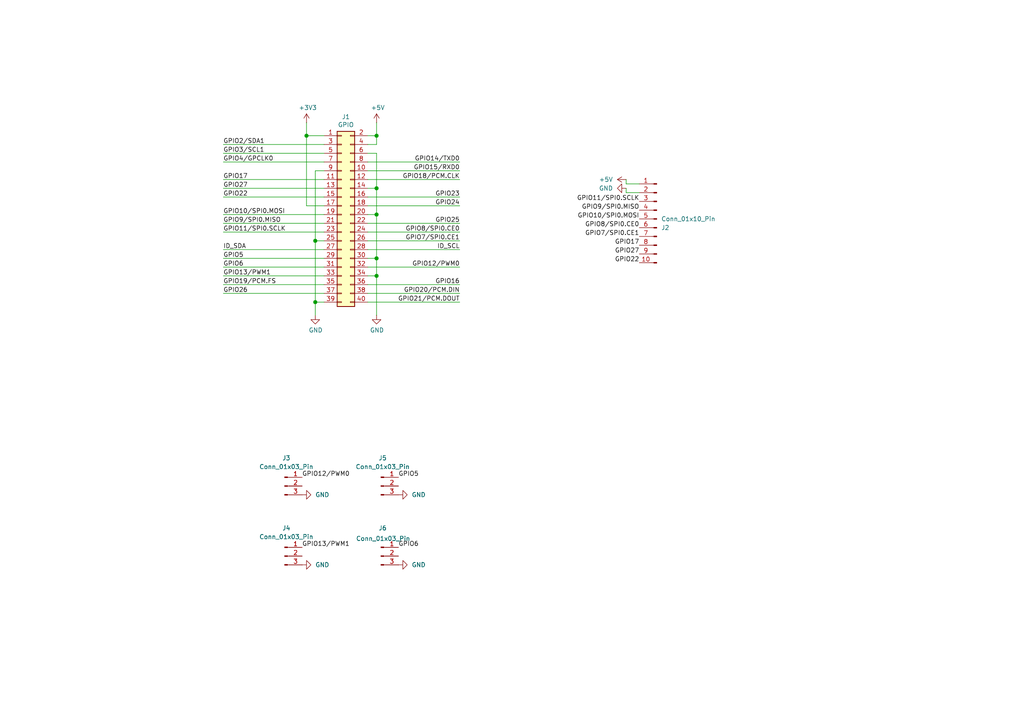
<source format=kicad_sch>
(kicad_sch (version 20250114) (generator "eeschema") (generator_version "9.0")
  (paper "A4")
  (title_block (date "15 nov 2012"))
  (lib_symbols
    (symbol "Connector:Conn_01x03_Pin" (pin_names (offset 1.016) (hide yes))
      (property "Reference" "J" (at 0 5.08 0))
      (property "Value" "Conn_01x03_Pin" (at 0 -5.08 0))
      (symbol "Conn_01x03_Pin_1_1"
        (rectangle (start 0.8636 2.667) (end 0 2.413) (stroke (width 0.1524)) (fill (type outline)))
        (rectangle (start 0.8636 0.127) (end 0 -0.127) (stroke (width 0.1524)) (fill (type outline)))
        (rectangle (start 0.8636 -2.413) (end 0 -2.667) (stroke (width 0.1524)) (fill (type outline)))
        (polyline (pts (xy 1.27 2.54) (xy 0.8636 2.54)) (stroke (width 0.1524)))
        (polyline (pts (xy 1.27 0) (xy 0.8636 0)) (stroke (width 0.1524)))
        (polyline (pts (xy 1.27 -2.54) (xy 0.8636 -2.54)) (stroke (width 0.1524)))
        (pin passive line (at 5.08 2.54 180) (length 3.81) (name "Pin_1") (number "1"))
        (pin passive line (at 5.08 0 180) (length 3.81) (name "Pin_2") (number "2"))
        (pin passive line (at 5.08 -2.54 180) (length 3.81) (name "Pin_3") (number "3"))
      )
    )
    (symbol "Connector:Conn_01x10_Pin" (pin_names (offset 1.016) (hide yes))
      (property "Reference" "J" (at 0 12.7 0))
      (property "Value" "Conn_01x10_Pin" (at 0 -15.24 0))
      (symbol "Conn_01x10_Pin_1_1"
        (rectangle (start 0.8636 10.287) (end 0 10.033) (stroke (width 0.1524)) (fill (type outline)))
        (rectangle (start 0.8636 7.747) (end 0 7.493) (stroke (width 0.1524)) (fill (type outline)))
        (rectangle (start 0.8636 5.207) (end 0 4.953) (stroke (width 0.1524)) (fill (type outline)))
        (rectangle (start 0.8636 2.667) (end 0 2.413) (stroke (width 0.1524)) (fill (type outline)))
        (rectangle (start 0.8636 0.127) (end 0 -0.127) (stroke (width 0.1524)) (fill (type outline)))
        (rectangle (start 0.8636 -2.413) (end 0 -2.667) (stroke (width 0.1524)) (fill (type outline)))
        (rectangle (start 0.8636 -4.953) (end 0 -5.207) (stroke (width 0.1524)) (fill (type outline)))
        (rectangle (start 0.8636 -7.493) (end 0 -7.747) (stroke (width 0.1524)) (fill (type outline)))
        (rectangle (start 0.8636 -10.033) (end 0 -10.287) (stroke (width 0.1524)) (fill (type outline)))
        (rectangle (start 0.8636 -12.573) (end 0 -12.827) (stroke (width 0.1524)) (fill (type outline)))
        (polyline (pts (xy 1.27 10.16) (xy 0.8636 10.16)) (stroke (width 0.1524)))
        (polyline (pts (xy 1.27 7.62) (xy 0.8636 7.62)) (stroke (width 0.1524)))
        (polyline (pts (xy 1.27 5.08) (xy 0.8636 5.08)) (stroke (width 0.1524)))
        (polyline (pts (xy 1.27 2.54) (xy 0.8636 2.54)) (stroke (width 0.1524)))
        (polyline (pts (xy 1.27 0) (xy 0.8636 0)) (stroke (width 0.1524)))
        (polyline (pts (xy 1.27 -2.54) (xy 0.8636 -2.54)) (stroke (width 0.1524)))
        (polyline (pts (xy 1.27 -5.08) (xy 0.8636 -5.08)) (stroke (width 0.1524)))
        (polyline (pts (xy 1.27 -7.62) (xy 0.8636 -7.62)) (stroke (width 0.1524)))
        (polyline (pts (xy 1.27 -10.16) (xy 0.8636 -10.16)) (stroke (width 0.1524)))
        (polyline (pts (xy 1.27 -12.7) (xy 0.8636 -12.7)) (stroke (width 0.1524)))
        (pin passive line (at 5.08 10.16 180) (length 3.81) (name "Pin_1") (number "1"))
        (pin passive line (at 5.08 7.62 180) (length 3.81) (name "Pin_2") (number "2"))
        (pin passive line (at 5.08 5.08 180) (length 3.81) (name "Pin_3") (number "3"))
        (pin passive line (at 5.08 2.54 180) (length 3.81) (name "Pin_4") (number "4"))
        (pin passive line (at 5.08 0 180) (length 3.81) (name "Pin_5") (number "5"))
        (pin passive line (at 5.08 -2.54 180) (length 3.81) (name "Pin_6") (number "6"))
        (pin passive line (at 5.08 -5.08 180) (length 3.81) (name "Pin_7") (number "7"))
        (pin passive line (at 5.08 -7.62 180) (length 3.81) (name "Pin_8") (number "8"))
        (pin passive line (at 5.08 -10.16 180) (length 3.81) (name "Pin_9") (number "9"))
        (pin passive line (at 5.08 -12.7 180) (length 3.81) (name "Pin_10") (number "10"))
      )
    )
    (symbol "Connector_Generic:Conn_02x20_Odd_Even" (pin_names (offset 1.016) (hide yes))
      (property "Reference" "J" (at 1.27 25.4 0))
      (property "Value" "Conn_02x20_Odd_Even" (at 1.27 -27.94 0))
      (symbol "Conn_02x20_Odd_Even_1_1"
        (rectangle (start -1.27 24.13) (end 3.81 -26.67) (stroke (width 0.254)) (fill (type background)))
        (rectangle (start -1.27 22.987) (end 0 22.733) (stroke (width 0.1524)))
        (rectangle (start -1.27 20.447) (end 0 20.193) (stroke (width 0.1524)))
        (rectangle (start -1.27 17.907) (end 0 17.653) (stroke (width 0.1524)))
        (rectangle (start -1.27 15.367) (end 0 15.113) (stroke (width 0.1524)))
        (rectangle (start -1.27 12.827) (end 0 12.573) (stroke (width 0.1524)))
        (rectangle (start -1.27 10.287) (end 0 10.033) (stroke (width 0.1524)))
        (rectangle (start -1.27 7.747) (end 0 7.493) (stroke (width 0.1524)))
        (rectangle (start -1.27 5.207) (end 0 4.953) (stroke (width 0.1524)))
        (rectangle (start -1.27 2.667) (end 0 2.413) (stroke (width 0.1524)))
        (rectangle (start -1.27 0.127) (end 0 -0.127) (stroke (width 0.1524)))
        (rectangle (start -1.27 -2.413) (end 0 -2.667) (stroke (width 0.1524)))
        (rectangle (start -1.27 -4.953) (end 0 -5.207) (stroke (width 0.1524)))
        (rectangle (start -1.27 -7.493) (end 0 -7.747) (stroke (width 0.1524)))
        (rectangle (start -1.27 -10.033) (end 0 -10.287) (stroke (width 0.1524)))
        (rectangle (start -1.27 -12.573) (end 0 -12.827) (stroke (width 0.1524)))
        (rectangle (start -1.27 -15.113) (end 0 -15.367) (stroke (width 0.1524)))
        (rectangle (start -1.27 -17.653) (end 0 -17.907) (stroke (width 0.1524)))
        (rectangle (start -1.27 -20.193) (end 0 -20.447) (stroke (width 0.1524)))
        (rectangle (start -1.27 -22.733) (end 0 -22.987) (stroke (width 0.1524)))
        (rectangle (start -1.27 -25.273) (end 0 -25.527) (stroke (width 0.1524)))
        (rectangle (start 3.81 22.987) (end 2.54 22.733) (stroke (width 0.1524)))
        (rectangle (start 3.81 20.447) (end 2.54 20.193) (stroke (width 0.1524)))
        (rectangle (start 3.81 17.907) (end 2.54 17.653) (stroke (width 0.1524)))
        (rectangle (start 3.81 15.367) (end 2.54 15.113) (stroke (width 0.1524)))
        (rectangle (start 3.81 12.827) (end 2.54 12.573) (stroke (width 0.1524)))
        (rectangle (start 3.81 10.287) (end 2.54 10.033) (stroke (width 0.1524)))
        (rectangle (start 3.81 7.747) (end 2.54 7.493) (stroke (width 0.1524)))
        (rectangle (start 3.81 5.207) (end 2.54 4.953) (stroke (width 0.1524)))
        (rectangle (start 3.81 2.667) (end 2.54 2.413) (stroke (width 0.1524)))
        (rectangle (start 3.81 0.127) (end 2.54 -0.127) (stroke (width 0.1524)))
        (rectangle (start 3.81 -2.413) (end 2.54 -2.667) (stroke (width 0.1524)))
        (rectangle (start 3.81 -4.953) (end 2.54 -5.207) (stroke (width 0.1524)))
        (rectangle (start 3.81 -7.493) (end 2.54 -7.747) (stroke (width 0.1524)))
        (rectangle (start 3.81 -10.033) (end 2.54 -10.287) (stroke (width 0.1524)))
        (rectangle (start 3.81 -12.573) (end 2.54 -12.827) (stroke (width 0.1524)))
        (rectangle (start 3.81 -15.113) (end 2.54 -15.367) (stroke (width 0.1524)))
        (rectangle (start 3.81 -17.653) (end 2.54 -17.907) (stroke (width 0.1524)))
        (rectangle (start 3.81 -20.193) (end 2.54 -20.447) (stroke (width 0.1524)))
        (rectangle (start 3.81 -22.733) (end 2.54 -22.987) (stroke (width 0.1524)))
        (rectangle (start 3.81 -25.273) (end 2.54 -25.527) (stroke (width 0.1524)))
        (pin passive line (at -5.08 22.86 0) (length 3.81) (name "Pin_1") (number "1"))
        (pin passive line (at -5.08 20.32 0) (length 3.81) (name "Pin_3") (number "3"))
        (pin passive line (at -5.08 17.78 0) (length 3.81) (name "Pin_5") (number "5"))
        (pin passive line (at -5.08 15.24 0) (length 3.81) (name "Pin_7") (number "7"))
        (pin passive line (at -5.08 12.7 0) (length 3.81) (name "Pin_9") (number "9"))
        (pin passive line (at -5.08 10.16 0) (length 3.81) (name "Pin_11") (number "11"))
        (pin passive line (at -5.08 7.62 0) (length 3.81) (name "Pin_13") (number "13"))
        (pin passive line (at -5.08 5.08 0) (length 3.81) (name "Pin_15") (number "15"))
        (pin passive line (at -5.08 2.54 0) (length 3.81) (name "Pin_17") (number "17"))
        (pin passive line (at -5.08 0 0) (length 3.81) (name "Pin_19") (number "19"))
        (pin passive line (at -5.08 -2.54 0) (length 3.81) (name "Pin_21") (number "21"))
        (pin passive line (at -5.08 -5.08 0) (length 3.81) (name "Pin_23") (number "23"))
        (pin passive line (at -5.08 -7.62 0) (length 3.81) (name "Pin_25") (number "25"))
        (pin passive line (at -5.08 -10.16 0) (length 3.81) (name "Pin_27") (number "27"))
        (pin passive line (at -5.08 -12.7 0) (length 3.81) (name "Pin_29") (number "29"))
        (pin passive line (at -5.08 -15.24 0) (length 3.81) (name "Pin_31") (number "31"))
        (pin passive line (at -5.08 -17.78 0) (length 3.81) (name "Pin_33") (number "33"))
        (pin passive line (at -5.08 -20.32 0) (length 3.81) (name "Pin_35") (number "35"))
        (pin passive line (at -5.08 -22.86 0) (length 3.81) (name "Pin_37") (number "37"))
        (pin passive line (at -5.08 -25.4 0) (length 3.81) (name "Pin_39") (number "39"))
        (pin passive line (at 7.62 22.86 180) (length 3.81) (name "Pin_2") (number "2"))
        (pin passive line (at 7.62 20.32 180) (length 3.81) (name "Pin_4") (number "4"))
        (pin passive line (at 7.62 17.78 180) (length 3.81) (name "Pin_6") (number "6"))
        (pin passive line (at 7.62 15.24 180) (length 3.81) (name "Pin_8") (number "8"))
        (pin passive line (at 7.62 12.7 180) (length 3.81) (name "Pin_10") (number "10"))
        (pin passive line (at 7.62 10.16 180) (length 3.81) (name "Pin_12") (number "12"))
        (pin passive line (at 7.62 7.62 180) (length 3.81) (name "Pin_14") (number "14"))
        (pin passive line (at 7.62 5.08 180) (length 3.81) (name "Pin_16") (number "16"))
        (pin passive line (at 7.62 2.54 180) (length 3.81) (name "Pin_18") (number "18"))
        (pin passive line (at 7.62 0 180) (length 3.81) (name "Pin_20") (number "20"))
        (pin passive line (at 7.62 -2.54 180) (length 3.81) (name "Pin_22") (number "22"))
        (pin passive line (at 7.62 -5.08 180) (length 3.81) (name "Pin_24") (number "24"))
        (pin passive line (at 7.62 -7.62 180) (length 3.81) (name "Pin_26") (number "26"))
        (pin passive line (at 7.62 -10.16 180) (length 3.81) (name "Pin_28") (number "28"))
        (pin passive line (at 7.62 -12.7 180) (length 3.81) (name "Pin_30") (number "30"))
        (pin passive line (at 7.62 -15.24 180) (length 3.81) (name "Pin_32") (number "32"))
        (pin passive line (at 7.62 -17.78 180) (length 3.81) (name "Pin_34") (number "34"))
        (pin passive line (at 7.62 -20.32 180) (length 3.81) (name "Pin_36") (number "36"))
        (pin passive line (at 7.62 -22.86 180) (length 3.81) (name "Pin_38") (number "38"))
        (pin passive line (at 7.62 -25.4 180) (length 3.81) (name "Pin_40") (number "40"))
      )
    )
    (symbol "power:+3.3V" (power) (pin_numbers (hide yes)) (pin_names (offset 0) (hide yes))
      (property "Value" "+3.3V" (at 0 3.556 0))
      (symbol "+3.3V_0_1"
        (polyline (pts (xy -0.762 1.27) (xy 0 2.54)))
        (polyline (pts (xy 0 2.54) (xy 0.762 1.27)))
        (polyline (pts (xy 0 0) (xy 0 2.54)))
      )
      (symbol "+3.3V_1_1"
        (pin power_in line (at 0 0 90) (length 0) (name "~") (number "1"))
      )
    )
    (symbol "power:+5V" (power) (pin_numbers (hide yes)) (pin_names (offset 0) (hide yes))
      (property "Value" "+5V" (at 0 3.556 0))
      (symbol "+5V_0_1"
        (polyline (pts (xy -0.762 1.27) (xy 0 2.54)))
        (polyline (pts (xy 0 2.54) (xy 0.762 1.27)))
        (polyline (pts (xy 0 0) (xy 0 2.54)))
      )
      (symbol "+5V_1_1"
        (pin power_in line (at 0 0 90) (length 0) (name "~") (number "1"))
      )
    )
    (symbol "power:GND" (power) (pin_numbers (hide yes)) (pin_names (offset 0) (hide yes))
      (property "Value" "GND" (at 0 -3.81 0))
      (symbol "GND_0_1"
        (polyline (pts (xy 0 0) (xy 0 -1.27) (xy 1.27 -1.27) (xy 0 -2.54) (xy -1.27 -1.27) (xy 0 -1.27)))
      )
      (symbol "GND_1_1"
        (pin power_in line (at 0 0 270) (length 0) (name "~") (number "1"))
      )
    )
  )
  (junction (at 109.22 39.37) (diameter 1.016))
  (junction (at 109.22 54.61) (diameter 1.016))
  (junction (at 91.44 87.63) (diameter 1.016))
  (junction (at 91.44 69.85) (diameter 1.016))
  (junction (at 109.22 80.01) (diameter 1.016))
  (junction (at 109.22 74.93) (diameter 1.016))
  (junction (at 109.22 62.23) (diameter 1.016))
  (junction (at 88.9 39.37) (diameter 1.016))
  (wire (pts (xy 91.44 69.85) (xy 91.44 87.63)))
  (wire (pts (xy 106.68 69.85) (xy 133.35 69.85)))
  (wire (pts (xy 93.98 52.07) (xy 64.77 52.07)))
  (wire (pts (xy 109.22 44.45) (xy 109.22 54.61)))
  (wire (pts (xy 109.22 62.23) (xy 106.68 62.23)))
  (wire (pts (xy 109.22 74.93) (xy 109.22 80.01)))
  (wire (pts (xy 109.22 62.23) (xy 109.22 74.93)))
  (wire (pts (xy 106.68 46.99) (xy 133.35 46.99)))
  (wire (pts (xy 91.44 49.53) (xy 91.44 69.85)))
  (wire (pts (xy 91.44 49.53) (xy 93.98 49.53)))
  (wire (pts (xy 106.68 67.31) (xy 133.35 67.31)))
  (wire (pts (xy 93.98 72.39) (xy 64.77 72.39)))
  (wire (pts (xy 64.77 74.93) (xy 93.98 74.93)))
  (wire (pts (xy 185.42 53.34) (xy 181.61 53.34)))
  (wire (pts (xy 185.42 55.88) (xy 181.61 55.88)))
  (wire (pts (xy 91.44 69.85) (xy 93.98 69.85)))
  (wire (pts (xy 106.68 57.15) (xy 133.35 57.15)))
  (wire (pts (xy 106.68 87.63) (xy 133.35 87.63)))
  (wire (pts (xy 91.44 87.63) (xy 91.44 91.44)))
  (wire (pts (xy 64.77 54.61) (xy 93.98 54.61)))
  (wire (pts (xy 88.9 35.56) (xy 88.9 39.37)))
  (wire (pts (xy 109.22 80.01) (xy 106.68 80.01)))
  (wire (pts (xy 64.77 44.45) (xy 93.98 44.45)))
  (wire (pts (xy 181.61 53.34) (xy 181.61 52.07)))
  (wire (pts (xy 64.77 67.31) (xy 93.98 67.31)))
  (wire (pts (xy 88.9 59.69) (xy 93.98 59.69)))
  (wire (pts (xy 93.98 41.91) (xy 64.77 41.91)))
  (wire (pts (xy 109.22 39.37) (xy 109.22 41.91)))
  (wire (pts (xy 109.22 54.61) (xy 109.22 62.23)))
  (wire (pts (xy 106.68 52.07) (xy 133.35 52.07)))
  (wire (pts (xy 109.22 54.61) (xy 106.68 54.61)))
  (wire (pts (xy 109.22 35.56) (xy 109.22 39.37)))
  (wire (pts (xy 64.77 46.99) (xy 93.98 46.99)))
  (wire (pts (xy 109.22 39.37) (xy 106.68 39.37)))
  (wire (pts (xy 88.9 39.37) (xy 88.9 59.69)))
  (wire (pts (xy 106.68 59.69) (xy 133.35 59.69)))
  (wire (pts (xy 106.68 49.53) (xy 133.35 49.53)))
  (wire (pts (xy 64.77 57.15) (xy 93.98 57.15)))
  (wire (pts (xy 64.77 64.77) (xy 93.98 64.77)))
  (wire (pts (xy 64.77 77.47) (xy 93.98 77.47)))
  (wire (pts (xy 109.22 41.91) (xy 106.68 41.91)))
  (wire (pts (xy 64.77 82.55) (xy 93.98 82.55)))
  (wire (pts (xy 181.61 55.88) (xy 181.61 54.61)))
  (wire (pts (xy 106.68 82.55) (xy 133.35 82.55)))
  (wire (pts (xy 106.68 77.47) (xy 133.35 77.47)))
  (wire (pts (xy 91.44 87.63) (xy 93.98 87.63)))
  (wire (pts (xy 106.68 85.09) (xy 133.35 85.09)))
  (wire (pts (xy 109.22 44.45) (xy 106.68 44.45)))
  (wire (pts (xy 64.77 85.09) (xy 93.98 85.09)))
  (wire (pts (xy 109.22 80.01) (xy 109.22 91.44)))
  (wire (pts (xy 106.68 64.77) (xy 133.35 64.77)))
  (wire (pts (xy 93.98 80.01) (xy 64.77 80.01)))
  (wire (pts (xy 109.22 74.93) (xy 106.68 74.93)))
  (wire (pts (xy 88.9 39.37) (xy 93.98 39.37)))
  (wire (pts (xy 93.98 62.23) (xy 64.77 62.23)))
  (wire (pts (xy 106.68 72.39) (xy 133.35 72.39)))
  (label "ID_SDA" (at 64.77 72.39 0))
  (label "GPIO6" (at 64.77 77.47 0))
  (label "GPIO6" (at 115.57 158.75 0))
  (label "GPIO22" (at 185.42 76.2 180))
  (label "GPIO27" (at 185.42 73.66 180))
  (label "ID_SCL" (at 133.35 72.39 180))
  (label "GPIO5" (at 64.77 74.93 0))
  (label "GPIO21{slash}PCM.DOUT" (at 133.35 87.63 180))
  (label "GPIO19{slash}PCM.FS" (at 64.77 82.55 0))
  (label "GPIO10{slash}SPI0.MOSI" (at 64.77 62.23 0))
  (label "GPIO9{slash}SPI0.MISO" (at 64.77 64.77 0))
  (label "GPIO23" (at 133.35 57.15 180))
  (label "GPIO4{slash}GPCLK0" (at 64.77 46.99 0))
  (label "GPIO27" (at 64.77 54.61 0))
  (label "GPIO11{slash}SPI0.SCLK" (at 185.42 58.42 180))
  (label "GPIO26" (at 64.77 85.09 0))
  (label "GPIO14{slash}TXD0" (at 133.35 46.99 180))
  (label "GPIO8{slash}SPI0.CE0" (at 133.35 67.31 180))
  (label "GPIO15{slash}RXD0" (at 133.35 49.53 180))
  (label "GPIO16" (at 133.35 82.55 180))
  (label "GPIO22" (at 64.77 57.15 0))
  (label "GPIO13{slash}PWM1" (at 87.63 158.75 0))
  (label "GPIO17" (at 185.42 71.12 180))
  (label "GPIO2{slash}SDA1" (at 64.77 41.91 0))
  (label "GPIO5" (at 115.57 138.43 0))
  (label "GPIO17" (at 64.77 52.07 0))
  (label "GPIO7{slash}SPI0.CE1" (at 185.42 68.58 180))
  (label "GPIO25" (at 133.35 64.77 180))
  (label "GPIO3{slash}SCL1" (at 64.77 44.45 0))
  (label "GPIO18{slash}PCM.CLK" (at 133.35 52.07 180))
  (label "GPIO12{slash}PWM0" (at 133.35 77.47 180))
  (label "GPIO12{slash}PWM0" (at 87.63 138.43 0))
  (label "GPIO13{slash}PWM1" (at 64.77 80.01 0))
  (label "GPIO20{slash}PCM.DIN" (at 133.35 85.09 180))
  (label "GPIO24" (at 133.35 59.69 180))
  (label "GPIO7{slash}SPI0.CE1" (at 133.35 69.85 180))
  (label "GPIO9{slash}SPI0.MISO" (at 185.42 60.96 180))
  (label "GPIO8{slash}SPI0.CE0" (at 185.42 66.04 180))
  (label "GPIO10{slash}SPI0.MOSI" (at 185.42 63.5 180))
  (label "GPIO11{slash}SPI0.SCLK" (at 64.77 67.31 0))
  (symbol (lib_id "power:+5V") (at 109.22 35.56 0) (unit 1)
    (property "Reference" "#PWR01" (effects (hide yes)))
    (property "Value" "+5V" (at 109.5883 31.2356 0))
    (property "Description" "Power symbol creates a global label with name \"+5V\"" (effects (hide yes)))
  )
  (symbol (lib_id "power:+3.3V") (at 88.9 35.56 0) (unit 1)
    (property "Reference" "#PWR04" (effects (hide yes)))
    (property "Value" "+3V3" (at 89.2683 31.2356 0))
    (property "Description" "Power symbol creates a global label with name \"+3.3V\"" (effects (hide yes)))
  )
  (symbol (lib_id "power:GND") (at 109.22 91.44 0) (unit 1)
    (property "Reference" "#PWR02" (effects (hide yes)))
    (property "Value" "GND" (at 109.3343 95.7644 0))
    (property "Description" "Power symbol creates a global label with name \"GND\" , ground" (effects (hide yes)))
  )
  (symbol (lib_id "power:GND") (at 91.44 91.44 0) (unit 1)
    (property "Reference" "#PWR03" (effects (hide yes)))
    (property "Value" "GND" (at 91.5543 95.7644 0))
    (property "Description" "Power symbol creates a global label with name \"GND\" , ground" (effects (hide yes)))
  )
  (symbol (lib_id "Connector_Generic:Conn_02x20_Odd_Even") (at 99.06 62.23 0) (unit 1)
    (property "Reference" "J1" (at 100.33 33.8898 0))
    (property "Value" "GPIO" (at 100.33 36.195 0))
    (property "Footprint" "Connector_PinSocket_2.54mm:PinSocket_2x20_P2.54mm_Vertical" (effects (hide yes)))
    (property "Description" "Generic connector, double row, 02x20, odd/even pin numbering scheme (row 1 odd numbers, row 2 even numbers), script generated (kicad-library-utils/schlib/autogen/connector/)" (effects (hide yes)))
  )
  (symbol (lib_id "Connector:Conn_01x03_Pin") (at 110.49 140.97 0) (unit 1)
    (property "Reference" "J5" (at 110.998 132.842 0))
    (property "Value" "Conn_01x03_Pin" (at 110.998 135.382 0))
    (property "Footprint" "Connector_PinHeader_2.54mm:PinHeader_1x03_P2.54mm_Vertical" (effects (hide yes)))
    (property "Description" "Generic connector, single row, 01x03, script generated" (effects (hide yes)))
  )
  (symbol (lib_id "Connector:Conn_01x03_Pin") (at 82.55 161.29 0) (unit 1)
    (property "Reference" "J4" (at 83.058 153.162 0))
    (property "Value" "Conn_01x03_Pin" (at 83.058 155.702 0))
    (property "Footprint" "Connector_PinHeader_2.54mm:PinHeader_1x03_P2.54mm_Vertical" (effects (hide yes)))
    (property "Description" "Generic connector, single row, 01x03, script generated" (effects (hide yes)))
  )
  (symbol (lib_id "power:GND") (at 115.57 163.83 90) (unit 1)
    (property "Reference" "#PWR010" (effects (hide yes)))
    (property "Value" "GND" (at 119.38 163.8299 90) (effects (justify right)))
    (property "Description" "Power symbol creates a global label with name \"GND\" , ground" (effects (hide yes)))
  )
  (symbol (lib_id "Connector:Conn_01x10_Pin") (at 190.5 63.5 0) (mirror y) (unit 1)
    (property "Reference" "J2" (at 191.77 66.0401 0) (effects (justify right)))
    (property "Value" "Conn_01x10_Pin" (at 191.77 63.5001 0) (effects (justify right)))
    (property "Footprint" "Connector_PinHeader_2.54mm:PinHeader_1x10_P2.54mm_Vertical" (effects (hide yes)))
    (property "Description" "Generic connector, single row, 01x10, script generated" (effects (hide yes)))
  )
  (symbol (lib_id "power:GND") (at 87.63 163.83 90) (unit 1)
    (property "Reference" "#PWR09" (effects (hide yes)))
    (property "Value" "GND" (at 91.44 163.8299 90) (effects (justify right)))
    (property "Description" "Power symbol creates a global label with name \"GND\" , ground" (effects (hide yes)))
  )
  (symbol (lib_id "power:GND") (at 115.57 143.51 90) (unit 1)
    (property "Reference" "#PWR07" (effects (hide yes)))
    (property "Value" "GND" (at 119.38 143.5099 90) (effects (justify right)))
    (property "Description" "Power symbol creates a global label with name \"GND\" , ground" (effects (hide yes)))
  )
  (symbol (lib_id "Connector:Conn_01x03_Pin") (at 110.49 161.29 0) (unit 1)
    (property "Reference" "J6" (at 110.998 153.162 0))
    (property "Value" "Conn_01x03_Pin" (at 111.125 156.21 0))
    (property "Footprint" "Connector_PinHeader_2.54mm:PinHeader_1x03_P2.54mm_Vertical" (effects (hide yes)))
    (property "Description" "Generic connector, single row, 01x03, script generated" (effects (hide yes)))
  )
  (symbol (lib_id "power:+5V") (at 181.61 52.07 90) (unit 1)
    (property "Reference" "#PWR06" (effects (hide yes)))
    (property "Value" "+5V" (at 177.8 52.0699 90) (effects (justify left)))
    (property "Description" "Power symbol creates a global label with name \"+5V\"" (effects (hide yes)))
  )
  (symbol (lib_id "power:GND") (at 87.63 143.51 90) (unit 1)
    (property "Reference" "#PWR08" (effects (hide yes)))
    (property "Value" "GND" (at 91.44 143.5099 90) (effects (justify right)))
    (property "Description" "Power symbol creates a global label with name \"GND\" , ground" (effects (hide yes)))
  )
  (symbol (lib_id "power:GND") (at 181.61 54.61 270) (unit 1)
    (property "Reference" "#PWR05" (effects (hide yes)))
    (property "Value" "GND" (at 177.8 54.6099 90) (effects (justify right)))
    (property "Description" "Power symbol creates a global label with name \"GND\" , ground" (effects (hide yes)))
  )
  (symbol (lib_id "Connector:Conn_01x03_Pin") (at 82.55 140.97 0) (unit 1)
    (property "Reference" "J3" (at 83.058 132.842 0))
    (property "Value" "Conn_01x03_Pin" (at 83.058 135.382 0))
    (property "Footprint" "Connector_PinHeader_2.54mm:PinHeader_1x03_P2.54mm_Vertical" (effects (hide yes)))
    (property "Description" "Generic connector, single row, 01x03, script generated" (effects (hide yes)))
  )
)
</source>
